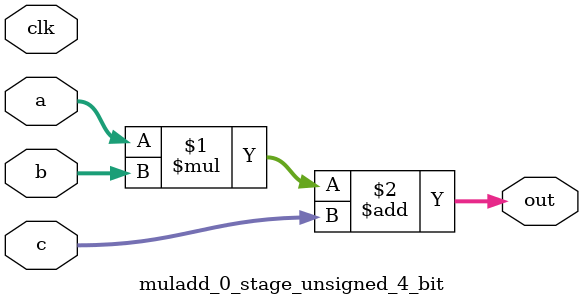
<source format=sv>
(* use_dsp = "yes" *) module muladd_0_stage_unsigned_4_bit(
	input  [3:0] a,
	input  [3:0] b,
	input  [3:0] c,
	output [3:0] out,
	input clk);

	assign out = (a * b) + c;
endmodule

</source>
